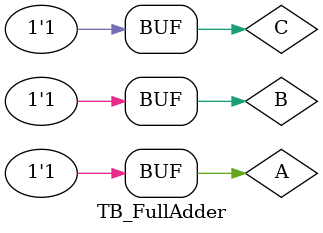
<source format=v>
module TB_FullAdder();
reg A,B,C;
wire Cout,Sum;
FullAdder DUT1(.A(A),.B(B),.C(C),.Cout(Cout),.Sum(Sum));
initial begin
A=1'b0;B=1'b0;C=1'b0;
#10 A=1'b0;B=1'b0;C=1'b1;
#10 A=1'b0;B=1'b1;C=1'b0;
#10 A=1'b0;B=1'b1;C=1'b1;
#10 A=1'b1;B=1'b0;C=1'b0;
#10 A=1'b1;B=1'b0;C=1'b1;
#10 A=1'b1;B=1'b1;C=1'b0;
#10 A=1'b1;B=1'b1;C=1'b1;

end
endmodule
</source>
